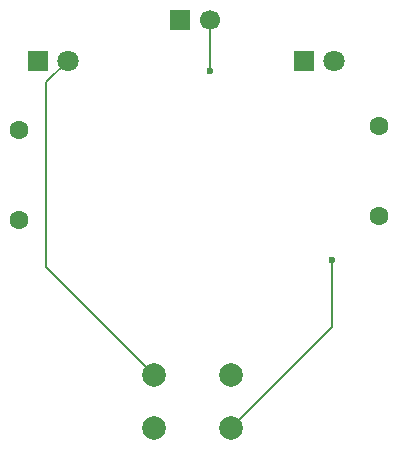
<source format=gbr>
%TF.GenerationSoftware,KiCad,Pcbnew,9.0.2*%
%TF.CreationDate,2025-07-01T17:26:35-07:00*%
%TF.ProjectId,Blinky,426c696e-6b79-42e6-9b69-6361645f7063,rev?*%
%TF.SameCoordinates,Original*%
%TF.FileFunction,Copper,L1,Top*%
%TF.FilePolarity,Positive*%
%FSLAX46Y46*%
G04 Gerber Fmt 4.6, Leading zero omitted, Abs format (unit mm)*
G04 Created by KiCad (PCBNEW 9.0.2) date 2025-07-01 17:26:35*
%MOMM*%
%LPD*%
G01*
G04 APERTURE LIST*
%TA.AperFunction,ComponentPad*%
%ADD10C,1.600000*%
%TD*%
%TA.AperFunction,ComponentPad*%
%ADD11C,1.800000*%
%TD*%
%TA.AperFunction,ComponentPad*%
%ADD12R,1.800000X1.800000*%
%TD*%
%TA.AperFunction,ComponentPad*%
%ADD13C,2.000000*%
%TD*%
%TA.AperFunction,ComponentPad*%
%ADD14C,1.700000*%
%TD*%
%TA.AperFunction,ComponentPad*%
%ADD15R,1.700000X1.700000*%
%TD*%
%TA.AperFunction,ViaPad*%
%ADD16C,0.600000*%
%TD*%
%TA.AperFunction,Conductor*%
%ADD17C,0.200000*%
%TD*%
G04 APERTURE END LIST*
D10*
%TO.P,R1,2*%
%TO.N,GND*%
X119800000Y-90210000D03*
%TO.P,R1,1*%
%TO.N,Net-(D1-K)*%
X119800000Y-82590000D03*
%TD*%
D11*
%TO.P,D1,2,A*%
%TO.N,Net-(D1-A)*%
X123940000Y-76700000D03*
D12*
%TO.P,D1,1,K*%
%TO.N,Net-(D1-K)*%
X121400000Y-76700000D03*
%TD*%
D10*
%TO.P,R2,2*%
%TO.N,GND*%
X150300000Y-89900000D03*
%TO.P,R2,1*%
%TO.N,Net-(D2-K)*%
X150300000Y-82280000D03*
%TD*%
D11*
%TO.P,D2,2,A*%
%TO.N,Net-(D1-A)*%
X146465000Y-76700000D03*
D12*
%TO.P,D2,1,K*%
%TO.N,Net-(D2-K)*%
X143925000Y-76700000D03*
%TD*%
D13*
%TO.P,SW1,1,1*%
%TO.N,Net-(D1-A)*%
X131250000Y-103350000D03*
X137750000Y-103350000D03*
%TO.P,SW1,2,2*%
%TO.N,+3V0*%
X131250000Y-107850000D03*
X137750000Y-107850000D03*
%TD*%
D14*
%TO.P,M1,2,-*%
%TO.N,GND*%
X135965000Y-73300000D03*
D15*
%TO.P,M1,1,+*%
%TO.N,Net-(D1-A)*%
X133425000Y-73300000D03*
%TD*%
D16*
%TO.N,+3V0*%
X146300000Y-93600000D03*
%TO.N,GND*%
X136000000Y-77600000D03*
%TD*%
D17*
%TO.N,Net-(D1-A)*%
X131250000Y-103350000D02*
X122100000Y-94200000D01*
X122100000Y-78540000D02*
X123940000Y-76700000D01*
X122100000Y-94200000D02*
X122100000Y-78540000D01*
%TO.N,+3V0*%
X137750000Y-107850000D02*
X146300000Y-99300000D01*
X146300000Y-99300000D02*
X146300000Y-93600000D01*
%TO.N,GND*%
X135965000Y-77565000D02*
X136000000Y-77600000D01*
X135965000Y-73300000D02*
X135965000Y-77565000D01*
%TD*%
M02*

</source>
